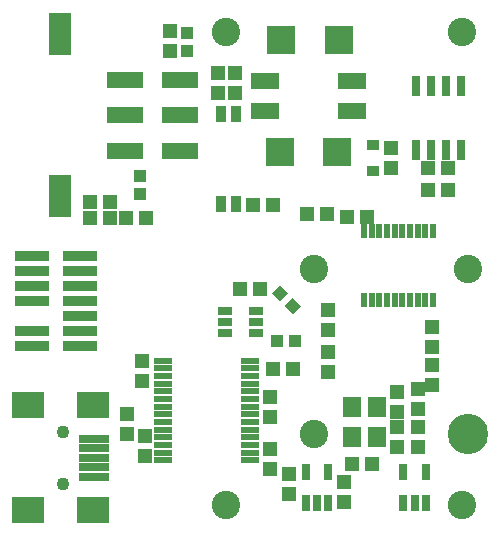
<source format=gts>
G75*
G70*
%OFA0B0*%
%FSLAX24Y24*%
%IPPOS*%
%LPD*%
%AMOC8*
5,1,8,0,0,1.08239X$1,22.5*
%
%ADD10C,0.0946*%
%ADD11R,0.0493X0.0316*%
%ADD12R,0.0395X0.0395*%
%ADD13R,0.0395X0.0395*%
%ADD14R,0.0474X0.0513*%
%ADD15R,0.1180X0.0370*%
%ADD16R,0.0513X0.0474*%
%ADD17R,0.0970X0.0930*%
%ADD18R,0.0950X0.0552*%
%ADD19R,0.0379X0.0580*%
%ADD20R,0.1230X0.0580*%
%ADD21R,0.0730X0.1430*%
%ADD22R,0.0630X0.0217*%
%ADD23R,0.0631X0.0710*%
%ADD24R,0.0297X0.0552*%
%ADD25R,0.0297X0.0671*%
%ADD26R,0.0407X0.0328*%
%ADD27R,0.0200X0.0470*%
%ADD28C,0.0434*%
%ADD29R,0.1064X0.0867*%
%ADD30R,0.0986X0.0277*%
%ADD31C,0.1346*%
D10*
X008221Y001311D03*
X011174Y003674D03*
X016095Y001311D03*
X016292Y009186D03*
X011174Y009186D03*
X008221Y017060D03*
X016095Y017060D03*
D11*
X009244Y007788D03*
X009244Y007414D03*
X009244Y007040D03*
X008181Y007040D03*
X008181Y007414D03*
X008181Y007788D03*
D12*
G36*
X009752Y008361D02*
X010030Y008639D01*
X010308Y008361D01*
X010030Y008083D01*
X009752Y008361D01*
G37*
G36*
X010169Y007943D02*
X010447Y008221D01*
X010725Y007943D01*
X010447Y007665D01*
X010169Y007943D01*
G37*
D13*
X009943Y006774D03*
X010534Y006774D03*
X005366Y011676D03*
X005366Y012266D03*
X006941Y016449D03*
X006941Y017040D03*
D14*
X004372Y011400D03*
X004372Y010869D03*
X004884Y010869D03*
X005553Y010869D03*
X003703Y010869D03*
X003703Y011400D03*
X005416Y006124D03*
X005416Y005455D03*
X008696Y008494D03*
X009365Y008494D03*
X010937Y011006D03*
X011607Y011006D03*
X014973Y011794D03*
X015642Y011794D03*
X015111Y007256D03*
X015111Y006587D03*
X015111Y005977D03*
X015111Y005308D03*
X014618Y005189D03*
X014618Y004520D03*
X014618Y003910D03*
X014618Y003241D03*
X012158Y002089D03*
X012158Y001420D03*
X010337Y001666D03*
X010337Y002335D03*
X009697Y002502D03*
X009697Y003172D03*
X009697Y004225D03*
X009697Y004894D03*
X009805Y005839D03*
X010475Y005839D03*
D15*
X003351Y006603D03*
X003351Y007103D03*
X003351Y007603D03*
X003351Y008103D03*
X003351Y008603D03*
X003351Y009103D03*
X003351Y009603D03*
X001751Y009603D03*
X001751Y009103D03*
X001751Y008603D03*
X001751Y008103D03*
X001751Y007103D03*
X001751Y006603D03*
D16*
X004924Y004353D03*
X004924Y003684D03*
X005514Y003615D03*
X005514Y002945D03*
X011616Y005750D03*
X011616Y006420D03*
X011616Y007128D03*
X011616Y007798D03*
X013929Y005091D03*
X013929Y004422D03*
X013929Y003910D03*
X013929Y003241D03*
X013083Y002689D03*
X012414Y002689D03*
X012266Y010908D03*
X012935Y010908D03*
X013733Y012542D03*
X013733Y013211D03*
X014973Y012532D03*
X015642Y012532D03*
X009786Y011302D03*
X009116Y011302D03*
X008516Y015052D03*
X007975Y015052D03*
X007975Y015721D03*
X008516Y015721D03*
X006351Y016430D03*
X006351Y017099D03*
D17*
X010066Y016813D03*
X011986Y016813D03*
X011937Y013073D03*
X010017Y013073D03*
D18*
X009520Y014451D03*
X009520Y015436D03*
X012433Y015436D03*
X012433Y014451D03*
D19*
X008569Y014327D03*
X008069Y014327D03*
X008069Y011327D03*
X008569Y011327D03*
D20*
X006685Y013123D03*
X006685Y014304D03*
X006685Y015485D03*
X004863Y015485D03*
X004863Y014304D03*
X004863Y013123D03*
D21*
X002709Y011594D03*
X002709Y017014D03*
D22*
X006142Y006124D03*
X006142Y005869D03*
X006142Y005613D03*
X006142Y005357D03*
X006142Y005101D03*
X006142Y004845D03*
X006142Y004589D03*
X006142Y004333D03*
X006142Y004077D03*
X006142Y003821D03*
X006142Y003565D03*
X006142Y003310D03*
X006142Y003054D03*
X006142Y002798D03*
X009020Y002798D03*
X009020Y003054D03*
X009020Y003310D03*
X009020Y003565D03*
X009020Y003821D03*
X009020Y004077D03*
X009020Y004333D03*
X009020Y004589D03*
X009020Y004845D03*
X009020Y005101D03*
X009020Y005357D03*
X009020Y005613D03*
X009020Y005869D03*
X009020Y006124D03*
D23*
X012414Y004560D03*
X013280Y004560D03*
X013280Y003575D03*
X012414Y003575D03*
D24*
X011646Y002414D03*
X010898Y002414D03*
X010898Y001390D03*
X011272Y001390D03*
X011646Y001390D03*
X014146Y001390D03*
X014520Y001390D03*
X014894Y001390D03*
X014894Y002414D03*
X014146Y002414D03*
D25*
X014557Y013142D03*
X015057Y013142D03*
X015557Y013142D03*
X016057Y013142D03*
X016057Y015268D03*
X015557Y015268D03*
X015057Y015268D03*
X014557Y015268D03*
D26*
X013142Y013315D03*
X013142Y012437D03*
D27*
X013083Y010433D03*
X012827Y010433D03*
X013339Y010433D03*
X013595Y010433D03*
X013851Y010433D03*
X014107Y010433D03*
X014363Y010433D03*
X014618Y010433D03*
X014874Y010433D03*
X015130Y010433D03*
X015130Y008135D03*
X014874Y008135D03*
X014618Y008135D03*
X014363Y008135D03*
X014107Y008135D03*
X013851Y008135D03*
X013595Y008135D03*
X013339Y008135D03*
X013083Y008135D03*
X012827Y008135D03*
D28*
X002807Y003752D03*
X002807Y002020D03*
D29*
X001626Y001134D03*
X003792Y001134D03*
X003792Y004638D03*
X001626Y004638D03*
D30*
X003831Y003516D03*
X003831Y003201D03*
X003831Y002886D03*
X003831Y002571D03*
X003831Y002256D03*
D31*
X016292Y003674D03*
M02*

</source>
